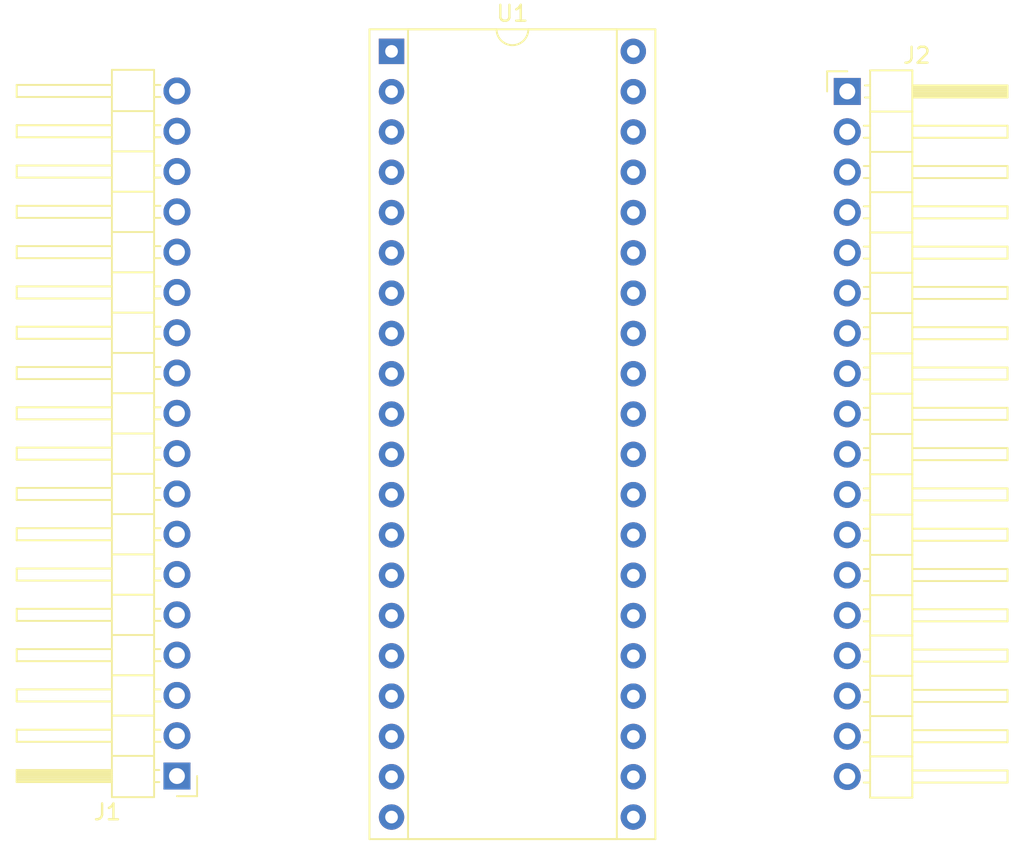
<source format=kicad_pcb>
(kicad_pcb (version 20171130) (host pcbnew "(5.1.4-0-10_14)")

  (general
    (thickness 1.6)
    (drawings 0)
    (tracks 0)
    (zones 0)
    (modules 3)
    (nets 59)
  )

  (page A4)
  (layers
    (0 F.Cu signal)
    (31 B.Cu signal)
    (32 B.Adhes user)
    (33 F.Adhes user)
    (34 B.Paste user)
    (35 F.Paste user)
    (36 B.SilkS user)
    (37 F.SilkS user)
    (38 B.Mask user)
    (39 F.Mask user)
    (40 Dwgs.User user)
    (41 Cmts.User user)
    (42 Eco1.User user)
    (43 Eco2.User user)
    (44 Edge.Cuts user)
    (45 Margin user)
    (46 B.CrtYd user)
    (47 F.CrtYd user)
    (48 B.Fab user)
    (49 F.Fab user)
  )

  (setup
    (last_trace_width 0.25)
    (trace_clearance 0.2)
    (zone_clearance 0.508)
    (zone_45_only no)
    (trace_min 0.2)
    (via_size 0.8)
    (via_drill 0.4)
    (via_min_size 0.4)
    (via_min_drill 0.3)
    (uvia_size 0.3)
    (uvia_drill 0.1)
    (uvias_allowed no)
    (uvia_min_size 0.2)
    (uvia_min_drill 0.1)
    (edge_width 0.05)
    (segment_width 0.2)
    (pcb_text_width 0.3)
    (pcb_text_size 1.5 1.5)
    (mod_edge_width 0.12)
    (mod_text_size 1 1)
    (mod_text_width 0.15)
    (pad_size 1.524 1.524)
    (pad_drill 0.762)
    (pad_to_mask_clearance 0.051)
    (solder_mask_min_width 0.25)
    (aux_axis_origin 0 0)
    (visible_elements FFFFFF7F)
    (pcbplotparams
      (layerselection 0x010fc_ffffffff)
      (usegerberextensions false)
      (usegerberattributes false)
      (usegerberadvancedattributes false)
      (creategerberjobfile false)
      (excludeedgelayer true)
      (linewidth 0.100000)
      (plotframeref false)
      (viasonmask false)
      (mode 1)
      (useauxorigin false)
      (hpglpennumber 1)
      (hpglpenspeed 20)
      (hpglpendiameter 15.000000)
      (psnegative false)
      (psa4output false)
      (plotreference true)
      (plotvalue true)
      (plotinvisibletext false)
      (padsonsilk false)
      (subtractmaskfromsilk false)
      (outputformat 1)
      (mirror false)
      (drillshape 1)
      (scaleselection 1)
      (outputdirectory ""))
  )

  (net 0 "")
  (net 1 C1DOWN)
  (net 2 "Net-(J1-Pad16)")
  (net 3 C1UP)
  (net 4 "Net-(J1-Pad14)")
  (net 5 C1CW)
  (net 6 "Net-(J1-Pad12)")
  (net 7 C1CCW)
  (net 8 "Net-(J1-Pad10)")
  (net 9 C1NORTH)
  (net 10 "Net-(J1-Pad8)")
  (net 11 C1SOUTH)
  (net 12 "Net-(J1-Pad6)")
  (net 13 C1WEST)
  (net 14 "Net-(J1-Pad4)")
  (net 15 C1EAST)
  (net 16 "Net-(J1-Pad2)")
  (net 17 GND)
  (net 18 "Net-(J2-Pad17)")
  (net 19 "Net-(J2-Pad16)")
  (net 20 C2EAST)
  (net 21 "Net-(J2-Pad14)")
  (net 22 C2WEST)
  (net 23 "Net-(J2-Pad12)")
  (net 24 C2SOUTH)
  (net 25 "Net-(J2-Pad10)")
  (net 26 C2NORTH)
  (net 27 "Net-(J2-Pad8)")
  (net 28 C2CCW)
  (net 29 "Net-(J2-Pad6)")
  (net 30 C2CW)
  (net 31 "Net-(J2-Pad4)")
  (net 32 C2UP)
  (net 33 "Net-(J2-Pad2)")
  (net 34 C2DOWN)
  (net 35 "Net-(U1-Pad20)")
  (net 36 "Net-(U1-Pad19)")
  (net 37 "Net-(U1-Pad17)")
  (net 38 "Net-(U1-Pad36)")
  (net 39 "Net-(U1-Pad16)")
  (net 40 "Net-(U1-Pad35)")
  (net 41 "Net-(U1-Pad15)")
  (net 42 "Net-(U1-Pad34)")
  (net 43 "Net-(U1-Pad14)")
  (net 44 "Net-(U1-Pad33)")
  (net 45 "Net-(U1-Pad32)")
  (net 46 "Net-(U1-Pad31)")
  (net 47 "Net-(U1-Pad11)")
  (net 48 "Net-(U1-Pad30)")
  (net 49 "Net-(U1-Pad29)")
  (net 50 "Net-(U1-Pad9)")
  (net 51 "Net-(U1-Pad8)")
  (net 52 "Net-(U1-Pad26)")
  (net 53 "Net-(U1-Pad6)")
  (net 54 "Net-(U1-Pad25)")
  (net 55 "Net-(U1-Pad22)")
  (net 56 "Net-(U1-Pad21)")
  (net 57 "Net-(U1-Pad1)")
  (net 58 "Net-(J1-Pad17)")

  (net_class Default "This is the default net class."
    (clearance 0.2)
    (trace_width 0.25)
    (via_dia 0.8)
    (via_drill 0.4)
    (uvia_dia 0.3)
    (uvia_drill 0.1)
    (add_net C1CCW)
    (add_net C1CW)
    (add_net C1DOWN)
    (add_net C1EAST)
    (add_net C1NORTH)
    (add_net C1SOUTH)
    (add_net C1UP)
    (add_net C1WEST)
    (add_net C2CCW)
    (add_net C2CW)
    (add_net C2DOWN)
    (add_net C2EAST)
    (add_net C2NORTH)
    (add_net C2SOUTH)
    (add_net C2UP)
    (add_net C2WEST)
    (add_net GND)
    (add_net "Net-(J1-Pad10)")
    (add_net "Net-(J1-Pad12)")
    (add_net "Net-(J1-Pad14)")
    (add_net "Net-(J1-Pad16)")
    (add_net "Net-(J1-Pad17)")
    (add_net "Net-(J1-Pad2)")
    (add_net "Net-(J1-Pad4)")
    (add_net "Net-(J1-Pad6)")
    (add_net "Net-(J1-Pad8)")
    (add_net "Net-(J2-Pad10)")
    (add_net "Net-(J2-Pad12)")
    (add_net "Net-(J2-Pad14)")
    (add_net "Net-(J2-Pad16)")
    (add_net "Net-(J2-Pad17)")
    (add_net "Net-(J2-Pad2)")
    (add_net "Net-(J2-Pad4)")
    (add_net "Net-(J2-Pad6)")
    (add_net "Net-(J2-Pad8)")
    (add_net "Net-(U1-Pad1)")
    (add_net "Net-(U1-Pad11)")
    (add_net "Net-(U1-Pad14)")
    (add_net "Net-(U1-Pad15)")
    (add_net "Net-(U1-Pad16)")
    (add_net "Net-(U1-Pad17)")
    (add_net "Net-(U1-Pad19)")
    (add_net "Net-(U1-Pad20)")
    (add_net "Net-(U1-Pad21)")
    (add_net "Net-(U1-Pad22)")
    (add_net "Net-(U1-Pad25)")
    (add_net "Net-(U1-Pad26)")
    (add_net "Net-(U1-Pad29)")
    (add_net "Net-(U1-Pad30)")
    (add_net "Net-(U1-Pad31)")
    (add_net "Net-(U1-Pad32)")
    (add_net "Net-(U1-Pad33)")
    (add_net "Net-(U1-Pad34)")
    (add_net "Net-(U1-Pad35)")
    (add_net "Net-(U1-Pad36)")
    (add_net "Net-(U1-Pad6)")
    (add_net "Net-(U1-Pad8)")
    (add_net "Net-(U1-Pad9)")
  )

  (module Housings_DIP:DIP-40_W15.24mm_Socket (layer F.Cu) (tedit 58CC8E30) (tstamp 5DA8F4E8)
    (at 145.675 100.3)
    (descr "40-lead dip package, row spacing 15.24 mm (600 mils), Socket")
    (tags "DIL DIP PDIP 2.54mm 15.24mm 600mil Socket")
    (path /5DA7DF65)
    (fp_text reference U1 (at 7.62 -2.39) (layer F.SilkS)
      (effects (font (size 1 1) (thickness 0.15)))
    )
    (fp_text value MiniM4-D40 (at 7.62 50.65) (layer F.Fab)
      (effects (font (size 1 1) (thickness 0.15)))
    )
    (fp_arc (start 7.62 -1.39) (end 6.62 -1.39) (angle -180) (layer F.SilkS) (width 0.12))
    (fp_line (start 16.9 -1.7) (end -1.7 -1.7) (layer F.CrtYd) (width 0.05))
    (fp_line (start 16.9 49.9) (end 16.9 -1.7) (layer F.CrtYd) (width 0.05))
    (fp_line (start -1.7 49.9) (end 16.9 49.9) (layer F.CrtYd) (width 0.05))
    (fp_line (start -1.7 -1.7) (end -1.7 49.9) (layer F.CrtYd) (width 0.05))
    (fp_line (start 16.63 -1.39) (end -1.39 -1.39) (layer F.SilkS) (width 0.12))
    (fp_line (start 16.63 49.65) (end 16.63 -1.39) (layer F.SilkS) (width 0.12))
    (fp_line (start -1.39 49.65) (end 16.63 49.65) (layer F.SilkS) (width 0.12))
    (fp_line (start -1.39 -1.39) (end -1.39 49.65) (layer F.SilkS) (width 0.12))
    (fp_line (start 14.2 -1.39) (end 8.62 -1.39) (layer F.SilkS) (width 0.12))
    (fp_line (start 14.2 49.65) (end 14.2 -1.39) (layer F.SilkS) (width 0.12))
    (fp_line (start 1.04 49.65) (end 14.2 49.65) (layer F.SilkS) (width 0.12))
    (fp_line (start 1.04 -1.39) (end 1.04 49.65) (layer F.SilkS) (width 0.12))
    (fp_line (start 6.62 -1.39) (end 1.04 -1.39) (layer F.SilkS) (width 0.12))
    (fp_line (start 16.51 -1.27) (end -1.27 -1.27) (layer F.Fab) (width 0.1))
    (fp_line (start 16.51 49.53) (end 16.51 -1.27) (layer F.Fab) (width 0.1))
    (fp_line (start -1.27 49.53) (end 16.51 49.53) (layer F.Fab) (width 0.1))
    (fp_line (start -1.27 -1.27) (end -1.27 49.53) (layer F.Fab) (width 0.1))
    (fp_line (start 0.255 -0.27) (end 1.255 -1.27) (layer F.Fab) (width 0.1))
    (fp_line (start 0.255 49.53) (end 0.255 -0.27) (layer F.Fab) (width 0.1))
    (fp_line (start 14.985 49.53) (end 0.255 49.53) (layer F.Fab) (width 0.1))
    (fp_line (start 14.985 -1.27) (end 14.985 49.53) (layer F.Fab) (width 0.1))
    (fp_line (start 1.255 -1.27) (end 14.985 -1.27) (layer F.Fab) (width 0.1))
    (fp_text user %R (at 7.62 24.13) (layer F.Fab)
      (effects (font (size 1 1) (thickness 0.15)))
    )
    (pad 40 thru_hole oval (at 15.24 0) (size 1.6 1.6) (drill 0.8) (layers *.Cu *.Mask)
      (net 34 C2DOWN))
    (pad 20 thru_hole oval (at 0 48.26) (size 1.6 1.6) (drill 0.8) (layers *.Cu *.Mask)
      (net 35 "Net-(U1-Pad20)"))
    (pad 39 thru_hole oval (at 15.24 2.54) (size 1.6 1.6) (drill 0.8) (layers *.Cu *.Mask)
      (net 32 C2UP))
    (pad 19 thru_hole oval (at 0 45.72) (size 1.6 1.6) (drill 0.8) (layers *.Cu *.Mask)
      (net 36 "Net-(U1-Pad19)"))
    (pad 38 thru_hole oval (at 15.24 5.08) (size 1.6 1.6) (drill 0.8) (layers *.Cu *.Mask)
      (net 30 C2CW))
    (pad 18 thru_hole oval (at 0 43.18) (size 1.6 1.6) (drill 0.8) (layers *.Cu *.Mask)
      (net 1 C1DOWN))
    (pad 37 thru_hole oval (at 15.24 7.62) (size 1.6 1.6) (drill 0.8) (layers *.Cu *.Mask)
      (net 28 C2CCW))
    (pad 17 thru_hole oval (at 0 40.64) (size 1.6 1.6) (drill 0.8) (layers *.Cu *.Mask)
      (net 37 "Net-(U1-Pad17)"))
    (pad 36 thru_hole oval (at 15.24 10.16) (size 1.6 1.6) (drill 0.8) (layers *.Cu *.Mask)
      (net 38 "Net-(U1-Pad36)"))
    (pad 16 thru_hole oval (at 0 38.1) (size 1.6 1.6) (drill 0.8) (layers *.Cu *.Mask)
      (net 39 "Net-(U1-Pad16)"))
    (pad 35 thru_hole oval (at 15.24 12.7) (size 1.6 1.6) (drill 0.8) (layers *.Cu *.Mask)
      (net 40 "Net-(U1-Pad35)"))
    (pad 15 thru_hole oval (at 0 35.56) (size 1.6 1.6) (drill 0.8) (layers *.Cu *.Mask)
      (net 41 "Net-(U1-Pad15)"))
    (pad 34 thru_hole oval (at 15.24 15.24) (size 1.6 1.6) (drill 0.8) (layers *.Cu *.Mask)
      (net 42 "Net-(U1-Pad34)"))
    (pad 14 thru_hole oval (at 0 33.02) (size 1.6 1.6) (drill 0.8) (layers *.Cu *.Mask)
      (net 43 "Net-(U1-Pad14)"))
    (pad 33 thru_hole oval (at 15.24 17.78) (size 1.6 1.6) (drill 0.8) (layers *.Cu *.Mask)
      (net 44 "Net-(U1-Pad33)"))
    (pad 13 thru_hole oval (at 0 30.48) (size 1.6 1.6) (drill 0.8) (layers *.Cu *.Mask)
      (net 3 C1UP))
    (pad 32 thru_hole oval (at 15.24 20.32) (size 1.6 1.6) (drill 0.8) (layers *.Cu *.Mask)
      (net 45 "Net-(U1-Pad32)"))
    (pad 12 thru_hole oval (at 0 27.94) (size 1.6 1.6) (drill 0.8) (layers *.Cu *.Mask)
      (net 17 GND))
    (pad 31 thru_hole oval (at 15.24 22.86) (size 1.6 1.6) (drill 0.8) (layers *.Cu *.Mask)
      (net 46 "Net-(U1-Pad31)"))
    (pad 11 thru_hole oval (at 0 25.4) (size 1.6 1.6) (drill 0.8) (layers *.Cu *.Mask)
      (net 47 "Net-(U1-Pad11)"))
    (pad 30 thru_hole oval (at 15.24 25.4) (size 1.6 1.6) (drill 0.8) (layers *.Cu *.Mask)
      (net 48 "Net-(U1-Pad30)"))
    (pad 10 thru_hole oval (at 0 22.86) (size 1.6 1.6) (drill 0.8) (layers *.Cu *.Mask)
      (net 5 C1CW))
    (pad 29 thru_hole oval (at 15.24 27.94) (size 1.6 1.6) (drill 0.8) (layers *.Cu *.Mask)
      (net 49 "Net-(U1-Pad29)"))
    (pad 9 thru_hole oval (at 0 20.32) (size 1.6 1.6) (drill 0.8) (layers *.Cu *.Mask)
      (net 50 "Net-(U1-Pad9)"))
    (pad 28 thru_hole oval (at 15.24 30.48) (size 1.6 1.6) (drill 0.8) (layers *.Cu *.Mask)
      (net 26 C2NORTH))
    (pad 8 thru_hole oval (at 0 17.78) (size 1.6 1.6) (drill 0.8) (layers *.Cu *.Mask)
      (net 51 "Net-(U1-Pad8)"))
    (pad 27 thru_hole oval (at 15.24 33.02) (size 1.6 1.6) (drill 0.8) (layers *.Cu *.Mask)
      (net 24 C2SOUTH))
    (pad 7 thru_hole oval (at 0 15.24) (size 1.6 1.6) (drill 0.8) (layers *.Cu *.Mask)
      (net 7 C1CCW))
    (pad 26 thru_hole oval (at 15.24 35.56) (size 1.6 1.6) (drill 0.8) (layers *.Cu *.Mask)
      (net 52 "Net-(U1-Pad26)"))
    (pad 6 thru_hole oval (at 0 12.7) (size 1.6 1.6) (drill 0.8) (layers *.Cu *.Mask)
      (net 53 "Net-(U1-Pad6)"))
    (pad 25 thru_hole oval (at 15.24 38.1) (size 1.6 1.6) (drill 0.8) (layers *.Cu *.Mask)
      (net 54 "Net-(U1-Pad25)"))
    (pad 5 thru_hole oval (at 0 10.16) (size 1.6 1.6) (drill 0.8) (layers *.Cu *.Mask)
      (net 9 C1NORTH))
    (pad 24 thru_hole oval (at 15.24 40.64) (size 1.6 1.6) (drill 0.8) (layers *.Cu *.Mask)
      (net 22 C2WEST))
    (pad 4 thru_hole oval (at 0 7.62) (size 1.6 1.6) (drill 0.8) (layers *.Cu *.Mask)
      (net 11 C1SOUTH))
    (pad 23 thru_hole oval (at 15.24 43.18) (size 1.6 1.6) (drill 0.8) (layers *.Cu *.Mask)
      (net 20 C2EAST))
    (pad 3 thru_hole oval (at 0 5.08) (size 1.6 1.6) (drill 0.8) (layers *.Cu *.Mask)
      (net 13 C1WEST))
    (pad 22 thru_hole oval (at 15.24 45.72) (size 1.6 1.6) (drill 0.8) (layers *.Cu *.Mask)
      (net 55 "Net-(U1-Pad22)"))
    (pad 2 thru_hole oval (at 0 2.54) (size 1.6 1.6) (drill 0.8) (layers *.Cu *.Mask)
      (net 15 C1EAST))
    (pad 21 thru_hole oval (at 15.24 48.26) (size 1.6 1.6) (drill 0.8) (layers *.Cu *.Mask)
      (net 56 "Net-(U1-Pad21)"))
    (pad 1 thru_hole rect (at 0 0) (size 1.6 1.6) (drill 0.8) (layers *.Cu *.Mask)
      (net 57 "Net-(U1-Pad1)"))
    (model ${KISYS3DMOD}/Housings_DIP.3dshapes/DIP-40_W15.24mm_Socket.wrl
      (at (xyz 0 0 0))
      (scale (xyz 1 1 1))
      (rotate (xyz 0 0 0))
    )
  )

  (module Pin_Headers:Pin_Header_Angled_1x18_Pitch2.54mm (layer F.Cu) (tedit 59650532) (tstamp 5DA8F4A4)
    (at 174.4 102.825)
    (descr "Through hole angled pin header, 1x18, 2.54mm pitch, 6mm pin length, single row")
    (tags "Through hole angled pin header THT 1x18 2.54mm single row")
    (path /5DA806E7)
    (fp_text reference J2 (at 4.385 -2.27) (layer F.SilkS)
      (effects (font (size 1 1) (thickness 0.15)))
    )
    (fp_text value Conn_01x18_Male (at 4.385 45.45) (layer F.Fab)
      (effects (font (size 1 1) (thickness 0.15)))
    )
    (fp_text user %R (at 2.77 21.59 90) (layer F.Fab)
      (effects (font (size 1 1) (thickness 0.15)))
    )
    (fp_line (start 10.55 -1.8) (end -1.8 -1.8) (layer F.CrtYd) (width 0.05))
    (fp_line (start 10.55 44.95) (end 10.55 -1.8) (layer F.CrtYd) (width 0.05))
    (fp_line (start -1.8 44.95) (end 10.55 44.95) (layer F.CrtYd) (width 0.05))
    (fp_line (start -1.8 -1.8) (end -1.8 44.95) (layer F.CrtYd) (width 0.05))
    (fp_line (start -1.27 -1.27) (end 0 -1.27) (layer F.SilkS) (width 0.12))
    (fp_line (start -1.27 0) (end -1.27 -1.27) (layer F.SilkS) (width 0.12))
    (fp_line (start 1.042929 43.56) (end 1.44 43.56) (layer F.SilkS) (width 0.12))
    (fp_line (start 1.042929 42.8) (end 1.44 42.8) (layer F.SilkS) (width 0.12))
    (fp_line (start 10.1 43.56) (end 4.1 43.56) (layer F.SilkS) (width 0.12))
    (fp_line (start 10.1 42.8) (end 10.1 43.56) (layer F.SilkS) (width 0.12))
    (fp_line (start 4.1 42.8) (end 10.1 42.8) (layer F.SilkS) (width 0.12))
    (fp_line (start 1.44 41.91) (end 4.1 41.91) (layer F.SilkS) (width 0.12))
    (fp_line (start 1.042929 41.02) (end 1.44 41.02) (layer F.SilkS) (width 0.12))
    (fp_line (start 1.042929 40.26) (end 1.44 40.26) (layer F.SilkS) (width 0.12))
    (fp_line (start 10.1 41.02) (end 4.1 41.02) (layer F.SilkS) (width 0.12))
    (fp_line (start 10.1 40.26) (end 10.1 41.02) (layer F.SilkS) (width 0.12))
    (fp_line (start 4.1 40.26) (end 10.1 40.26) (layer F.SilkS) (width 0.12))
    (fp_line (start 1.44 39.37) (end 4.1 39.37) (layer F.SilkS) (width 0.12))
    (fp_line (start 1.042929 38.48) (end 1.44 38.48) (layer F.SilkS) (width 0.12))
    (fp_line (start 1.042929 37.72) (end 1.44 37.72) (layer F.SilkS) (width 0.12))
    (fp_line (start 10.1 38.48) (end 4.1 38.48) (layer F.SilkS) (width 0.12))
    (fp_line (start 10.1 37.72) (end 10.1 38.48) (layer F.SilkS) (width 0.12))
    (fp_line (start 4.1 37.72) (end 10.1 37.72) (layer F.SilkS) (width 0.12))
    (fp_line (start 1.44 36.83) (end 4.1 36.83) (layer F.SilkS) (width 0.12))
    (fp_line (start 1.042929 35.94) (end 1.44 35.94) (layer F.SilkS) (width 0.12))
    (fp_line (start 1.042929 35.18) (end 1.44 35.18) (layer F.SilkS) (width 0.12))
    (fp_line (start 10.1 35.94) (end 4.1 35.94) (layer F.SilkS) (width 0.12))
    (fp_line (start 10.1 35.18) (end 10.1 35.94) (layer F.SilkS) (width 0.12))
    (fp_line (start 4.1 35.18) (end 10.1 35.18) (layer F.SilkS) (width 0.12))
    (fp_line (start 1.44 34.29) (end 4.1 34.29) (layer F.SilkS) (width 0.12))
    (fp_line (start 1.042929 33.4) (end 1.44 33.4) (layer F.SilkS) (width 0.12))
    (fp_line (start 1.042929 32.64) (end 1.44 32.64) (layer F.SilkS) (width 0.12))
    (fp_line (start 10.1 33.4) (end 4.1 33.4) (layer F.SilkS) (width 0.12))
    (fp_line (start 10.1 32.64) (end 10.1 33.4) (layer F.SilkS) (width 0.12))
    (fp_line (start 4.1 32.64) (end 10.1 32.64) (layer F.SilkS) (width 0.12))
    (fp_line (start 1.44 31.75) (end 4.1 31.75) (layer F.SilkS) (width 0.12))
    (fp_line (start 1.042929 30.86) (end 1.44 30.86) (layer F.SilkS) (width 0.12))
    (fp_line (start 1.042929 30.1) (end 1.44 30.1) (layer F.SilkS) (width 0.12))
    (fp_line (start 10.1 30.86) (end 4.1 30.86) (layer F.SilkS) (width 0.12))
    (fp_line (start 10.1 30.1) (end 10.1 30.86) (layer F.SilkS) (width 0.12))
    (fp_line (start 4.1 30.1) (end 10.1 30.1) (layer F.SilkS) (width 0.12))
    (fp_line (start 1.44 29.21) (end 4.1 29.21) (layer F.SilkS) (width 0.12))
    (fp_line (start 1.042929 28.32) (end 1.44 28.32) (layer F.SilkS) (width 0.12))
    (fp_line (start 1.042929 27.56) (end 1.44 27.56) (layer F.SilkS) (width 0.12))
    (fp_line (start 10.1 28.32) (end 4.1 28.32) (layer F.SilkS) (width 0.12))
    (fp_line (start 10.1 27.56) (end 10.1 28.32) (layer F.SilkS) (width 0.12))
    (fp_line (start 4.1 27.56) (end 10.1 27.56) (layer F.SilkS) (width 0.12))
    (fp_line (start 1.44 26.67) (end 4.1 26.67) (layer F.SilkS) (width 0.12))
    (fp_line (start 1.042929 25.78) (end 1.44 25.78) (layer F.SilkS) (width 0.12))
    (fp_line (start 1.042929 25.02) (end 1.44 25.02) (layer F.SilkS) (width 0.12))
    (fp_line (start 10.1 25.78) (end 4.1 25.78) (layer F.SilkS) (width 0.12))
    (fp_line (start 10.1 25.02) (end 10.1 25.78) (layer F.SilkS) (width 0.12))
    (fp_line (start 4.1 25.02) (end 10.1 25.02) (layer F.SilkS) (width 0.12))
    (fp_line (start 1.44 24.13) (end 4.1 24.13) (layer F.SilkS) (width 0.12))
    (fp_line (start 1.042929 23.24) (end 1.44 23.24) (layer F.SilkS) (width 0.12))
    (fp_line (start 1.042929 22.48) (end 1.44 22.48) (layer F.SilkS) (width 0.12))
    (fp_line (start 10.1 23.24) (end 4.1 23.24) (layer F.SilkS) (width 0.12))
    (fp_line (start 10.1 22.48) (end 10.1 23.24) (layer F.SilkS) (width 0.12))
    (fp_line (start 4.1 22.48) (end 10.1 22.48) (layer F.SilkS) (width 0.12))
    (fp_line (start 1.44 21.59) (end 4.1 21.59) (layer F.SilkS) (width 0.12))
    (fp_line (start 1.042929 20.7) (end 1.44 20.7) (layer F.SilkS) (width 0.12))
    (fp_line (start 1.042929 19.94) (end 1.44 19.94) (layer F.SilkS) (width 0.12))
    (fp_line (start 10.1 20.7) (end 4.1 20.7) (layer F.SilkS) (width 0.12))
    (fp_line (start 10.1 19.94) (end 10.1 20.7) (layer F.SilkS) (width 0.12))
    (fp_line (start 4.1 19.94) (end 10.1 19.94) (layer F.SilkS) (width 0.12))
    (fp_line (start 1.44 19.05) (end 4.1 19.05) (layer F.SilkS) (width 0.12))
    (fp_line (start 1.042929 18.16) (end 1.44 18.16) (layer F.SilkS) (width 0.12))
    (fp_line (start 1.042929 17.4) (end 1.44 17.4) (layer F.SilkS) (width 0.12))
    (fp_line (start 10.1 18.16) (end 4.1 18.16) (layer F.SilkS) (width 0.12))
    (fp_line (start 10.1 17.4) (end 10.1 18.16) (layer F.SilkS) (width 0.12))
    (fp_line (start 4.1 17.4) (end 10.1 17.4) (layer F.SilkS) (width 0.12))
    (fp_line (start 1.44 16.51) (end 4.1 16.51) (layer F.SilkS) (width 0.12))
    (fp_line (start 1.042929 15.62) (end 1.44 15.62) (layer F.SilkS) (width 0.12))
    (fp_line (start 1.042929 14.86) (end 1.44 14.86) (layer F.SilkS) (width 0.12))
    (fp_line (start 10.1 15.62) (end 4.1 15.62) (layer F.SilkS) (width 0.12))
    (fp_line (start 10.1 14.86) (end 10.1 15.62) (layer F.SilkS) (width 0.12))
    (fp_line (start 4.1 14.86) (end 10.1 14.86) (layer F.SilkS) (width 0.12))
    (fp_line (start 1.44 13.97) (end 4.1 13.97) (layer F.SilkS) (width 0.12))
    (fp_line (start 1.042929 13.08) (end 1.44 13.08) (layer F.SilkS) (width 0.12))
    (fp_line (start 1.042929 12.32) (end 1.44 12.32) (layer F.SilkS) (width 0.12))
    (fp_line (start 10.1 13.08) (end 4.1 13.08) (layer F.SilkS) (width 0.12))
    (fp_line (start 10.1 12.32) (end 10.1 13.08) (layer F.SilkS) (width 0.12))
    (fp_line (start 4.1 12.32) (end 10.1 12.32) (layer F.SilkS) (width 0.12))
    (fp_line (start 1.44 11.43) (end 4.1 11.43) (layer F.SilkS) (width 0.12))
    (fp_line (start 1.042929 10.54) (end 1.44 10.54) (layer F.SilkS) (width 0.12))
    (fp_line (start 1.042929 9.78) (end 1.44 9.78) (layer F.SilkS) (width 0.12))
    (fp_line (start 10.1 10.54) (end 4.1 10.54) (layer F.SilkS) (width 0.12))
    (fp_line (start 10.1 9.78) (end 10.1 10.54) (layer F.SilkS) (width 0.12))
    (fp_line (start 4.1 9.78) (end 10.1 9.78) (layer F.SilkS) (width 0.12))
    (fp_line (start 1.44 8.89) (end 4.1 8.89) (layer F.SilkS) (width 0.12))
    (fp_line (start 1.042929 8) (end 1.44 8) (layer F.SilkS) (width 0.12))
    (fp_line (start 1.042929 7.24) (end 1.44 7.24) (layer F.SilkS) (width 0.12))
    (fp_line (start 10.1 8) (end 4.1 8) (layer F.SilkS) (width 0.12))
    (fp_line (start 10.1 7.24) (end 10.1 8) (layer F.SilkS) (width 0.12))
    (fp_line (start 4.1 7.24) (end 10.1 7.24) (layer F.SilkS) (width 0.12))
    (fp_line (start 1.44 6.35) (end 4.1 6.35) (layer F.SilkS) (width 0.12))
    (fp_line (start 1.042929 5.46) (end 1.44 5.46) (layer F.SilkS) (width 0.12))
    (fp_line (start 1.042929 4.7) (end 1.44 4.7) (layer F.SilkS) (width 0.12))
    (fp_line (start 10.1 5.46) (end 4.1 5.46) (layer F.SilkS) (width 0.12))
    (fp_line (start 10.1 4.7) (end 10.1 5.46) (layer F.SilkS) (width 0.12))
    (fp_line (start 4.1 4.7) (end 10.1 4.7) (layer F.SilkS) (width 0.12))
    (fp_line (start 1.44 3.81) (end 4.1 3.81) (layer F.SilkS) (width 0.12))
    (fp_line (start 1.042929 2.92) (end 1.44 2.92) (layer F.SilkS) (width 0.12))
    (fp_line (start 1.042929 2.16) (end 1.44 2.16) (layer F.SilkS) (width 0.12))
    (fp_line (start 10.1 2.92) (end 4.1 2.92) (layer F.SilkS) (width 0.12))
    (fp_line (start 10.1 2.16) (end 10.1 2.92) (layer F.SilkS) (width 0.12))
    (fp_line (start 4.1 2.16) (end 10.1 2.16) (layer F.SilkS) (width 0.12))
    (fp_line (start 1.44 1.27) (end 4.1 1.27) (layer F.SilkS) (width 0.12))
    (fp_line (start 1.11 0.38) (end 1.44 0.38) (layer F.SilkS) (width 0.12))
    (fp_line (start 1.11 -0.38) (end 1.44 -0.38) (layer F.SilkS) (width 0.12))
    (fp_line (start 4.1 0.28) (end 10.1 0.28) (layer F.SilkS) (width 0.12))
    (fp_line (start 4.1 0.16) (end 10.1 0.16) (layer F.SilkS) (width 0.12))
    (fp_line (start 4.1 0.04) (end 10.1 0.04) (layer F.SilkS) (width 0.12))
    (fp_line (start 4.1 -0.08) (end 10.1 -0.08) (layer F.SilkS) (width 0.12))
    (fp_line (start 4.1 -0.2) (end 10.1 -0.2) (layer F.SilkS) (width 0.12))
    (fp_line (start 4.1 -0.32) (end 10.1 -0.32) (layer F.SilkS) (width 0.12))
    (fp_line (start 10.1 0.38) (end 4.1 0.38) (layer F.SilkS) (width 0.12))
    (fp_line (start 10.1 -0.38) (end 10.1 0.38) (layer F.SilkS) (width 0.12))
    (fp_line (start 4.1 -0.38) (end 10.1 -0.38) (layer F.SilkS) (width 0.12))
    (fp_line (start 4.1 -1.33) (end 1.44 -1.33) (layer F.SilkS) (width 0.12))
    (fp_line (start 4.1 44.51) (end 4.1 -1.33) (layer F.SilkS) (width 0.12))
    (fp_line (start 1.44 44.51) (end 4.1 44.51) (layer F.SilkS) (width 0.12))
    (fp_line (start 1.44 -1.33) (end 1.44 44.51) (layer F.SilkS) (width 0.12))
    (fp_line (start 4.04 43.5) (end 10.04 43.5) (layer F.Fab) (width 0.1))
    (fp_line (start 10.04 42.86) (end 10.04 43.5) (layer F.Fab) (width 0.1))
    (fp_line (start 4.04 42.86) (end 10.04 42.86) (layer F.Fab) (width 0.1))
    (fp_line (start -0.32 43.5) (end 1.5 43.5) (layer F.Fab) (width 0.1))
    (fp_line (start -0.32 42.86) (end -0.32 43.5) (layer F.Fab) (width 0.1))
    (fp_line (start -0.32 42.86) (end 1.5 42.86) (layer F.Fab) (width 0.1))
    (fp_line (start 4.04 40.96) (end 10.04 40.96) (layer F.Fab) (width 0.1))
    (fp_line (start 10.04 40.32) (end 10.04 40.96) (layer F.Fab) (width 0.1))
    (fp_line (start 4.04 40.32) (end 10.04 40.32) (layer F.Fab) (width 0.1))
    (fp_line (start -0.32 40.96) (end 1.5 40.96) (layer F.Fab) (width 0.1))
    (fp_line (start -0.32 40.32) (end -0.32 40.96) (layer F.Fab) (width 0.1))
    (fp_line (start -0.32 40.32) (end 1.5 40.32) (layer F.Fab) (width 0.1))
    (fp_line (start 4.04 38.42) (end 10.04 38.42) (layer F.Fab) (width 0.1))
    (fp_line (start 10.04 37.78) (end 10.04 38.42) (layer F.Fab) (width 0.1))
    (fp_line (start 4.04 37.78) (end 10.04 37.78) (layer F.Fab) (width 0.1))
    (fp_line (start -0.32 38.42) (end 1.5 38.42) (layer F.Fab) (width 0.1))
    (fp_line (start -0.32 37.78) (end -0.32 38.42) (layer F.Fab) (width 0.1))
    (fp_line (start -0.32 37.78) (end 1.5 37.78) (layer F.Fab) (width 0.1))
    (fp_line (start 4.04 35.88) (end 10.04 35.88) (layer F.Fab) (width 0.1))
    (fp_line (start 10.04 35.24) (end 10.04 35.88) (layer F.Fab) (width 0.1))
    (fp_line (start 4.04 35.24) (end 10.04 35.24) (layer F.Fab) (width 0.1))
    (fp_line (start -0.32 35.88) (end 1.5 35.88) (layer F.Fab) (width 0.1))
    (fp_line (start -0.32 35.24) (end -0.32 35.88) (layer F.Fab) (width 0.1))
    (fp_line (start -0.32 35.24) (end 1.5 35.24) (layer F.Fab) (width 0.1))
    (fp_line (start 4.04 33.34) (end 10.04 33.34) (layer F.Fab) (width 0.1))
    (fp_line (start 10.04 32.7) (end 10.04 33.34) (layer F.Fab) (width 0.1))
    (fp_line (start 4.04 32.7) (end 10.04 32.7) (layer F.Fab) (width 0.1))
    (fp_line (start -0.32 33.34) (end 1.5 33.34) (layer F.Fab) (width 0.1))
    (fp_line (start -0.32 32.7) (end -0.32 33.34) (layer F.Fab) (width 0.1))
    (fp_line (start -0.32 32.7) (end 1.5 32.7) (layer F.Fab) (width 0.1))
    (fp_line (start 4.04 30.8) (end 10.04 30.8) (layer F.Fab) (width 0.1))
    (fp_line (start 10.04 30.16) (end 10.04 30.8) (layer F.Fab) (width 0.1))
    (fp_line (start 4.04 30.16) (end 10.04 30.16) (layer F.Fab) (width 0.1))
    (fp_line (start -0.32 30.8) (end 1.5 30.8) (layer F.Fab) (width 0.1))
    (fp_line (start -0.32 30.16) (end -0.32 30.8) (layer F.Fab) (width 0.1))
    (fp_line (start -0.32 30.16) (end 1.5 30.16) (layer F.Fab) (width 0.1))
    (fp_line (start 4.04 28.26) (end 10.04 28.26) (layer F.Fab) (width 0.1))
    (fp_line (start 10.04 27.62) (end 10.04 28.26) (layer F.Fab) (width 0.1))
    (fp_line (start 4.04 27.62) (end 10.04 27.62) (layer F.Fab) (width 0.1))
    (fp_line (start -0.32 28.26) (end 1.5 28.26) (layer F.Fab) (width 0.1))
    (fp_line (start -0.32 27.62) (end -0.32 28.26) (layer F.Fab) (width 0.1))
    (fp_line (start -0.32 27.62) (end 1.5 27.62) (layer F.Fab) (width 0.1))
    (fp_line (start 4.04 25.72) (end 10.04 25.72) (layer F.Fab) (width 0.1))
    (fp_line (start 10.04 25.08) (end 10.04 25.72) (layer F.Fab) (width 0.1))
    (fp_line (start 4.04 25.08) (end 10.04 25.08) (layer F.Fab) (width 0.1))
    (fp_line (start -0.32 25.72) (end 1.5 25.72) (layer F.Fab) (width 0.1))
    (fp_line (start -0.32 25.08) (end -0.32 25.72) (layer F.Fab) (width 0.1))
    (fp_line (start -0.32 25.08) (end 1.5 25.08) (layer F.Fab) (width 0.1))
    (fp_line (start 4.04 23.18) (end 10.04 23.18) (layer F.Fab) (width 0.1))
    (fp_line (start 10.04 22.54) (end 10.04 23.18) (layer F.Fab) (width 0.1))
    (fp_line (start 4.04 22.54) (end 10.04 22.54) (layer F.Fab) (width 0.1))
    (fp_line (start -0.32 23.18) (end 1.5 23.18) (layer F.Fab) (width 0.1))
    (fp_line (start -0.32 22.54) (end -0.32 23.18) (layer F.Fab) (width 0.1))
    (fp_line (start -0.32 22.54) (end 1.5 22.54) (layer F.Fab) (width 0.1))
    (fp_line (start 4.04 20.64) (end 10.04 20.64) (layer F.Fab) (width 0.1))
    (fp_line (start 10.04 20) (end 10.04 20.64) (layer F.Fab) (width 0.1))
    (fp_line (start 4.04 20) (end 10.04 20) (layer F.Fab) (width 0.1))
    (fp_line (start -0.32 20.64) (end 1.5 20.64) (layer F.Fab) (width 0.1))
    (fp_line (start -0.32 20) (end -0.32 20.64) (layer F.Fab) (width 0.1))
    (fp_line (start -0.32 20) (end 1.5 20) (layer F.Fab) (width 0.1))
    (fp_line (start 4.04 18.1) (end 10.04 18.1) (layer F.Fab) (width 0.1))
    (fp_line (start 10.04 17.46) (end 10.04 18.1) (layer F.Fab) (width 0.1))
    (fp_line (start 4.04 17.46) (end 10.04 17.46) (layer F.Fab) (width 0.1))
    (fp_line (start -0.32 18.1) (end 1.5 18.1) (layer F.Fab) (width 0.1))
    (fp_line (start -0.32 17.46) (end -0.32 18.1) (layer F.Fab) (width 0.1))
    (fp_line (start -0.32 17.46) (end 1.5 17.46) (layer F.Fab) (width 0.1))
    (fp_line (start 4.04 15.56) (end 10.04 15.56) (layer F.Fab) (width 0.1))
    (fp_line (start 10.04 14.92) (end 10.04 15.56) (layer F.Fab) (width 0.1))
    (fp_line (start 4.04 14.92) (end 10.04 14.92) (layer F.Fab) (width 0.1))
    (fp_line (start -0.32 15.56) (end 1.5 15.56) (layer F.Fab) (width 0.1))
    (fp_line (start -0.32 14.92) (end -0.32 15.56) (layer F.Fab) (width 0.1))
    (fp_line (start -0.32 14.92) (end 1.5 14.92) (layer F.Fab) (width 0.1))
    (fp_line (start 4.04 13.02) (end 10.04 13.02) (layer F.Fab) (width 0.1))
    (fp_line (start 10.04 12.38) (end 10.04 13.02) (layer F.Fab) (width 0.1))
    (fp_line (start 4.04 12.38) (end 10.04 12.38) (layer F.Fab) (width 0.1))
    (fp_line (start -0.32 13.02) (end 1.5 13.02) (layer F.Fab) (width 0.1))
    (fp_line (start -0.32 12.38) (end -0.32 13.02) (layer F.Fab) (width 0.1))
    (fp_line (start -0.32 12.38) (end 1.5 12.38) (layer F.Fab) (width 0.1))
    (fp_line (start 4.04 10.48) (end 10.04 10.48) (layer F.Fab) (width 0.1))
    (fp_line (start 10.04 9.84) (end 10.04 10.48) (layer F.Fab) (width 0.1))
    (fp_line (start 4.04 9.84) (end 10.04 9.84) (layer F.Fab) (width 0.1))
    (fp_line (start -0.32 10.48) (end 1.5 10.48) (layer F.Fab) (width 0.1))
    (fp_line (start -0.32 9.84) (end -0.32 10.48) (layer F.Fab) (width 0.1))
    (fp_line (start -0.32 9.84) (end 1.5 9.84) (layer F.Fab) (width 0.1))
    (fp_line (start 4.04 7.94) (end 10.04 7.94) (layer F.Fab) (width 0.1))
    (fp_line (start 10.04 7.3) (end 10.04 7.94) (layer F.Fab) (width 0.1))
    (fp_line (start 4.04 7.3) (end 10.04 7.3) (layer F.Fab) (width 0.1))
    (fp_line (start -0.32 7.94) (end 1.5 7.94) (layer F.Fab) (width 0.1))
    (fp_line (start -0.32 7.3) (end -0.32 7.94) (layer F.Fab) (width 0.1))
    (fp_line (start -0.32 7.3) (end 1.5 7.3) (layer F.Fab) (width 0.1))
    (fp_line (start 4.04 5.4) (end 10.04 5.4) (layer F.Fab) (width 0.1))
    (fp_line (start 10.04 4.76) (end 10.04 5.4) (layer F.Fab) (width 0.1))
    (fp_line (start 4.04 4.76) (end 10.04 4.76) (layer F.Fab) (width 0.1))
    (fp_line (start -0.32 5.4) (end 1.5 5.4) (layer F.Fab) (width 0.1))
    (fp_line (start -0.32 4.76) (end -0.32 5.4) (layer F.Fab) (width 0.1))
    (fp_line (start -0.32 4.76) (end 1.5 4.76) (layer F.Fab) (width 0.1))
    (fp_line (start 4.04 2.86) (end 10.04 2.86) (layer F.Fab) (width 0.1))
    (fp_line (start 10.04 2.22) (end 10.04 2.86) (layer F.Fab) (width 0.1))
    (fp_line (start 4.04 2.22) (end 10.04 2.22) (layer F.Fab) (width 0.1))
    (fp_line (start -0.32 2.86) (end 1.5 2.86) (layer F.Fab) (width 0.1))
    (fp_line (start -0.32 2.22) (end -0.32 2.86) (layer F.Fab) (width 0.1))
    (fp_line (start -0.32 2.22) (end 1.5 2.22) (layer F.Fab) (width 0.1))
    (fp_line (start 4.04 0.32) (end 10.04 0.32) (layer F.Fab) (width 0.1))
    (fp_line (start 10.04 -0.32) (end 10.04 0.32) (layer F.Fab) (width 0.1))
    (fp_line (start 4.04 -0.32) (end 10.04 -0.32) (layer F.Fab) (width 0.1))
    (fp_line (start -0.32 0.32) (end 1.5 0.32) (layer F.Fab) (width 0.1))
    (fp_line (start -0.32 -0.32) (end -0.32 0.32) (layer F.Fab) (width 0.1))
    (fp_line (start -0.32 -0.32) (end 1.5 -0.32) (layer F.Fab) (width 0.1))
    (fp_line (start 1.5 -0.635) (end 2.135 -1.27) (layer F.Fab) (width 0.1))
    (fp_line (start 1.5 44.45) (end 1.5 -0.635) (layer F.Fab) (width 0.1))
    (fp_line (start 4.04 44.45) (end 1.5 44.45) (layer F.Fab) (width 0.1))
    (fp_line (start 4.04 -1.27) (end 4.04 44.45) (layer F.Fab) (width 0.1))
    (fp_line (start 2.135 -1.27) (end 4.04 -1.27) (layer F.Fab) (width 0.1))
    (pad 18 thru_hole oval (at 0 43.18) (size 1.7 1.7) (drill 1) (layers *.Cu *.Mask)
      (net 17 GND))
    (pad 17 thru_hole oval (at 0 40.64) (size 1.7 1.7) (drill 1) (layers *.Cu *.Mask)
      (net 18 "Net-(J2-Pad17)"))
    (pad 16 thru_hole oval (at 0 38.1) (size 1.7 1.7) (drill 1) (layers *.Cu *.Mask)
      (net 19 "Net-(J2-Pad16)"))
    (pad 15 thru_hole oval (at 0 35.56) (size 1.7 1.7) (drill 1) (layers *.Cu *.Mask)
      (net 20 C2EAST))
    (pad 14 thru_hole oval (at 0 33.02) (size 1.7 1.7) (drill 1) (layers *.Cu *.Mask)
      (net 21 "Net-(J2-Pad14)"))
    (pad 13 thru_hole oval (at 0 30.48) (size 1.7 1.7) (drill 1) (layers *.Cu *.Mask)
      (net 22 C2WEST))
    (pad 12 thru_hole oval (at 0 27.94) (size 1.7 1.7) (drill 1) (layers *.Cu *.Mask)
      (net 23 "Net-(J2-Pad12)"))
    (pad 11 thru_hole oval (at 0 25.4) (size 1.7 1.7) (drill 1) (layers *.Cu *.Mask)
      (net 24 C2SOUTH))
    (pad 10 thru_hole oval (at 0 22.86) (size 1.7 1.7) (drill 1) (layers *.Cu *.Mask)
      (net 25 "Net-(J2-Pad10)"))
    (pad 9 thru_hole oval (at 0 20.32) (size 1.7 1.7) (drill 1) (layers *.Cu *.Mask)
      (net 26 C2NORTH))
    (pad 8 thru_hole oval (at 0 17.78) (size 1.7 1.7) (drill 1) (layers *.Cu *.Mask)
      (net 27 "Net-(J2-Pad8)"))
    (pad 7 thru_hole oval (at 0 15.24) (size 1.7 1.7) (drill 1) (layers *.Cu *.Mask)
      (net 28 C2CCW))
    (pad 6 thru_hole oval (at 0 12.7) (size 1.7 1.7) (drill 1) (layers *.Cu *.Mask)
      (net 29 "Net-(J2-Pad6)"))
    (pad 5 thru_hole oval (at 0 10.16) (size 1.7 1.7) (drill 1) (layers *.Cu *.Mask)
      (net 30 C2CW))
    (pad 4 thru_hole oval (at 0 7.62) (size 1.7 1.7) (drill 1) (layers *.Cu *.Mask)
      (net 31 "Net-(J2-Pad4)"))
    (pad 3 thru_hole oval (at 0 5.08) (size 1.7 1.7) (drill 1) (layers *.Cu *.Mask)
      (net 32 C2UP))
    (pad 2 thru_hole oval (at 0 2.54) (size 1.7 1.7) (drill 1) (layers *.Cu *.Mask)
      (net 33 "Net-(J2-Pad2)"))
    (pad 1 thru_hole rect (at 0 0) (size 1.7 1.7) (drill 1) (layers *.Cu *.Mask)
      (net 34 C2DOWN))
    (model ${KISYS3DMOD}/Pin_Headers.3dshapes/Pin_Header_Angled_1x18_Pitch2.54mm.wrl
      (at (xyz 0 0 0))
      (scale (xyz 1 1 1))
      (rotate (xyz 0 0 0))
    )
  )

  (module Pin_Headers:Pin_Header_Angled_1x18_Pitch2.54mm (layer F.Cu) (tedit 59650532) (tstamp 5DA8F3A1)
    (at 132.15 145.975 180)
    (descr "Through hole angled pin header, 1x18, 2.54mm pitch, 6mm pin length, single row")
    (tags "Through hole angled pin header THT 1x18 2.54mm single row")
    (path /5DA8360D)
    (fp_text reference J1 (at 4.385 -2.27) (layer F.SilkS)
      (effects (font (size 1 1) (thickness 0.15)))
    )
    (fp_text value Conn_01x18_Male (at 4.385 45.45) (layer F.Fab)
      (effects (font (size 1 1) (thickness 0.15)))
    )
    (fp_text user %R (at 2.77 21.59 90) (layer F.Fab)
      (effects (font (size 1 1) (thickness 0.15)))
    )
    (fp_line (start 10.55 -1.8) (end -1.8 -1.8) (layer F.CrtYd) (width 0.05))
    (fp_line (start 10.55 44.95) (end 10.55 -1.8) (layer F.CrtYd) (width 0.05))
    (fp_line (start -1.8 44.95) (end 10.55 44.95) (layer F.CrtYd) (width 0.05))
    (fp_line (start -1.8 -1.8) (end -1.8 44.95) (layer F.CrtYd) (width 0.05))
    (fp_line (start -1.27 -1.27) (end 0 -1.27) (layer F.SilkS) (width 0.12))
    (fp_line (start -1.27 0) (end -1.27 -1.27) (layer F.SilkS) (width 0.12))
    (fp_line (start 1.042929 43.56) (end 1.44 43.56) (layer F.SilkS) (width 0.12))
    (fp_line (start 1.042929 42.8) (end 1.44 42.8) (layer F.SilkS) (width 0.12))
    (fp_line (start 10.1 43.56) (end 4.1 43.56) (layer F.SilkS) (width 0.12))
    (fp_line (start 10.1 42.8) (end 10.1 43.56) (layer F.SilkS) (width 0.12))
    (fp_line (start 4.1 42.8) (end 10.1 42.8) (layer F.SilkS) (width 0.12))
    (fp_line (start 1.44 41.91) (end 4.1 41.91) (layer F.SilkS) (width 0.12))
    (fp_line (start 1.042929 41.02) (end 1.44 41.02) (layer F.SilkS) (width 0.12))
    (fp_line (start 1.042929 40.26) (end 1.44 40.26) (layer F.SilkS) (width 0.12))
    (fp_line (start 10.1 41.02) (end 4.1 41.02) (layer F.SilkS) (width 0.12))
    (fp_line (start 10.1 40.26) (end 10.1 41.02) (layer F.SilkS) (width 0.12))
    (fp_line (start 4.1 40.26) (end 10.1 40.26) (layer F.SilkS) (width 0.12))
    (fp_line (start 1.44 39.37) (end 4.1 39.37) (layer F.SilkS) (width 0.12))
    (fp_line (start 1.042929 38.48) (end 1.44 38.48) (layer F.SilkS) (width 0.12))
    (fp_line (start 1.042929 37.72) (end 1.44 37.72) (layer F.SilkS) (width 0.12))
    (fp_line (start 10.1 38.48) (end 4.1 38.48) (layer F.SilkS) (width 0.12))
    (fp_line (start 10.1 37.72) (end 10.1 38.48) (layer F.SilkS) (width 0.12))
    (fp_line (start 4.1 37.72) (end 10.1 37.72) (layer F.SilkS) (width 0.12))
    (fp_line (start 1.44 36.83) (end 4.1 36.83) (layer F.SilkS) (width 0.12))
    (fp_line (start 1.042929 35.94) (end 1.44 35.94) (layer F.SilkS) (width 0.12))
    (fp_line (start 1.042929 35.18) (end 1.44 35.18) (layer F.SilkS) (width 0.12))
    (fp_line (start 10.1 35.94) (end 4.1 35.94) (layer F.SilkS) (width 0.12))
    (fp_line (start 10.1 35.18) (end 10.1 35.94) (layer F.SilkS) (width 0.12))
    (fp_line (start 4.1 35.18) (end 10.1 35.18) (layer F.SilkS) (width 0.12))
    (fp_line (start 1.44 34.29) (end 4.1 34.29) (layer F.SilkS) (width 0.12))
    (fp_line (start 1.042929 33.4) (end 1.44 33.4) (layer F.SilkS) (width 0.12))
    (fp_line (start 1.042929 32.64) (end 1.44 32.64) (layer F.SilkS) (width 0.12))
    (fp_line (start 10.1 33.4) (end 4.1 33.4) (layer F.SilkS) (width 0.12))
    (fp_line (start 10.1 32.64) (end 10.1 33.4) (layer F.SilkS) (width 0.12))
    (fp_line (start 4.1 32.64) (end 10.1 32.64) (layer F.SilkS) (width 0.12))
    (fp_line (start 1.44 31.75) (end 4.1 31.75) (layer F.SilkS) (width 0.12))
    (fp_line (start 1.042929 30.86) (end 1.44 30.86) (layer F.SilkS) (width 0.12))
    (fp_line (start 1.042929 30.1) (end 1.44 30.1) (layer F.SilkS) (width 0.12))
    (fp_line (start 10.1 30.86) (end 4.1 30.86) (layer F.SilkS) (width 0.12))
    (fp_line (start 10.1 30.1) (end 10.1 30.86) (layer F.SilkS) (width 0.12))
    (fp_line (start 4.1 30.1) (end 10.1 30.1) (layer F.SilkS) (width 0.12))
    (fp_line (start 1.44 29.21) (end 4.1 29.21) (layer F.SilkS) (width 0.12))
    (fp_line (start 1.042929 28.32) (end 1.44 28.32) (layer F.SilkS) (width 0.12))
    (fp_line (start 1.042929 27.56) (end 1.44 27.56) (layer F.SilkS) (width 0.12))
    (fp_line (start 10.1 28.32) (end 4.1 28.32) (layer F.SilkS) (width 0.12))
    (fp_line (start 10.1 27.56) (end 10.1 28.32) (layer F.SilkS) (width 0.12))
    (fp_line (start 4.1 27.56) (end 10.1 27.56) (layer F.SilkS) (width 0.12))
    (fp_line (start 1.44 26.67) (end 4.1 26.67) (layer F.SilkS) (width 0.12))
    (fp_line (start 1.042929 25.78) (end 1.44 25.78) (layer F.SilkS) (width 0.12))
    (fp_line (start 1.042929 25.02) (end 1.44 25.02) (layer F.SilkS) (width 0.12))
    (fp_line (start 10.1 25.78) (end 4.1 25.78) (layer F.SilkS) (width 0.12))
    (fp_line (start 10.1 25.02) (end 10.1 25.78) (layer F.SilkS) (width 0.12))
    (fp_line (start 4.1 25.02) (end 10.1 25.02) (layer F.SilkS) (width 0.12))
    (fp_line (start 1.44 24.13) (end 4.1 24.13) (layer F.SilkS) (width 0.12))
    (fp_line (start 1.042929 23.24) (end 1.44 23.24) (layer F.SilkS) (width 0.12))
    (fp_line (start 1.042929 22.48) (end 1.44 22.48) (layer F.SilkS) (width 0.12))
    (fp_line (start 10.1 23.24) (end 4.1 23.24) (layer F.SilkS) (width 0.12))
    (fp_line (start 10.1 22.48) (end 10.1 23.24) (layer F.SilkS) (width 0.12))
    (fp_line (start 4.1 22.48) (end 10.1 22.48) (layer F.SilkS) (width 0.12))
    (fp_line (start 1.44 21.59) (end 4.1 21.59) (layer F.SilkS) (width 0.12))
    (fp_line (start 1.042929 20.7) (end 1.44 20.7) (layer F.SilkS) (width 0.12))
    (fp_line (start 1.042929 19.94) (end 1.44 19.94) (layer F.SilkS) (width 0.12))
    (fp_line (start 10.1 20.7) (end 4.1 20.7) (layer F.SilkS) (width 0.12))
    (fp_line (start 10.1 19.94) (end 10.1 20.7) (layer F.SilkS) (width 0.12))
    (fp_line (start 4.1 19.94) (end 10.1 19.94) (layer F.SilkS) (width 0.12))
    (fp_line (start 1.44 19.05) (end 4.1 19.05) (layer F.SilkS) (width 0.12))
    (fp_line (start 1.042929 18.16) (end 1.44 18.16) (layer F.SilkS) (width 0.12))
    (fp_line (start 1.042929 17.4) (end 1.44 17.4) (layer F.SilkS) (width 0.12))
    (fp_line (start 10.1 18.16) (end 4.1 18.16) (layer F.SilkS) (width 0.12))
    (fp_line (start 10.1 17.4) (end 10.1 18.16) (layer F.SilkS) (width 0.12))
    (fp_line (start 4.1 17.4) (end 10.1 17.4) (layer F.SilkS) (width 0.12))
    (fp_line (start 1.44 16.51) (end 4.1 16.51) (layer F.SilkS) (width 0.12))
    (fp_line (start 1.042929 15.62) (end 1.44 15.62) (layer F.SilkS) (width 0.12))
    (fp_line (start 1.042929 14.86) (end 1.44 14.86) (layer F.SilkS) (width 0.12))
    (fp_line (start 10.1 15.62) (end 4.1 15.62) (layer F.SilkS) (width 0.12))
    (fp_line (start 10.1 14.86) (end 10.1 15.62) (layer F.SilkS) (width 0.12))
    (fp_line (start 4.1 14.86) (end 10.1 14.86) (layer F.SilkS) (width 0.12))
    (fp_line (start 1.44 13.97) (end 4.1 13.97) (layer F.SilkS) (width 0.12))
    (fp_line (start 1.042929 13.08) (end 1.44 13.08) (layer F.SilkS) (width 0.12))
    (fp_line (start 1.042929 12.32) (end 1.44 12.32) (layer F.SilkS) (width 0.12))
    (fp_line (start 10.1 13.08) (end 4.1 13.08) (layer F.SilkS) (width 0.12))
    (fp_line (start 10.1 12.32) (end 10.1 13.08) (layer F.SilkS) (width 0.12))
    (fp_line (start 4.1 12.32) (end 10.1 12.32) (layer F.SilkS) (width 0.12))
    (fp_line (start 1.44 11.43) (end 4.1 11.43) (layer F.SilkS) (width 0.12))
    (fp_line (start 1.042929 10.54) (end 1.44 10.54) (layer F.SilkS) (width 0.12))
    (fp_line (start 1.042929 9.78) (end 1.44 9.78) (layer F.SilkS) (width 0.12))
    (fp_line (start 10.1 10.54) (end 4.1 10.54) (layer F.SilkS) (width 0.12))
    (fp_line (start 10.1 9.78) (end 10.1 10.54) (layer F.SilkS) (width 0.12))
    (fp_line (start 4.1 9.78) (end 10.1 9.78) (layer F.SilkS) (width 0.12))
    (fp_line (start 1.44 8.89) (end 4.1 8.89) (layer F.SilkS) (width 0.12))
    (fp_line (start 1.042929 8) (end 1.44 8) (layer F.SilkS) (width 0.12))
    (fp_line (start 1.042929 7.24) (end 1.44 7.24) (layer F.SilkS) (width 0.12))
    (fp_line (start 10.1 8) (end 4.1 8) (layer F.SilkS) (width 0.12))
    (fp_line (start 10.1 7.24) (end 10.1 8) (layer F.SilkS) (width 0.12))
    (fp_line (start 4.1 7.24) (end 10.1 7.24) (layer F.SilkS) (width 0.12))
    (fp_line (start 1.44 6.35) (end 4.1 6.35) (layer F.SilkS) (width 0.12))
    (fp_line (start 1.042929 5.46) (end 1.44 5.46) (layer F.SilkS) (width 0.12))
    (fp_line (start 1.042929 4.7) (end 1.44 4.7) (layer F.SilkS) (width 0.12))
    (fp_line (start 10.1 5.46) (end 4.1 5.46) (layer F.SilkS) (width 0.12))
    (fp_line (start 10.1 4.7) (end 10.1 5.46) (layer F.SilkS) (width 0.12))
    (fp_line (start 4.1 4.7) (end 10.1 4.7) (layer F.SilkS) (width 0.12))
    (fp_line (start 1.44 3.81) (end 4.1 3.81) (layer F.SilkS) (width 0.12))
    (fp_line (start 1.042929 2.92) (end 1.44 2.92) (layer F.SilkS) (width 0.12))
    (fp_line (start 1.042929 2.16) (end 1.44 2.16) (layer F.SilkS) (width 0.12))
    (fp_line (start 10.1 2.92) (end 4.1 2.92) (layer F.SilkS) (width 0.12))
    (fp_line (start 10.1 2.16) (end 10.1 2.92) (layer F.SilkS) (width 0.12))
    (fp_line (start 4.1 2.16) (end 10.1 2.16) (layer F.SilkS) (width 0.12))
    (fp_line (start 1.44 1.27) (end 4.1 1.27) (layer F.SilkS) (width 0.12))
    (fp_line (start 1.11 0.38) (end 1.44 0.38) (layer F.SilkS) (width 0.12))
    (fp_line (start 1.11 -0.38) (end 1.44 -0.38) (layer F.SilkS) (width 0.12))
    (fp_line (start 4.1 0.28) (end 10.1 0.28) (layer F.SilkS) (width 0.12))
    (fp_line (start 4.1 0.16) (end 10.1 0.16) (layer F.SilkS) (width 0.12))
    (fp_line (start 4.1 0.04) (end 10.1 0.04) (layer F.SilkS) (width 0.12))
    (fp_line (start 4.1 -0.08) (end 10.1 -0.08) (layer F.SilkS) (width 0.12))
    (fp_line (start 4.1 -0.2) (end 10.1 -0.2) (layer F.SilkS) (width 0.12))
    (fp_line (start 4.1 -0.32) (end 10.1 -0.32) (layer F.SilkS) (width 0.12))
    (fp_line (start 10.1 0.38) (end 4.1 0.38) (layer F.SilkS) (width 0.12))
    (fp_line (start 10.1 -0.38) (end 10.1 0.38) (layer F.SilkS) (width 0.12))
    (fp_line (start 4.1 -0.38) (end 10.1 -0.38) (layer F.SilkS) (width 0.12))
    (fp_line (start 4.1 -1.33) (end 1.44 -1.33) (layer F.SilkS) (width 0.12))
    (fp_line (start 4.1 44.51) (end 4.1 -1.33) (layer F.SilkS) (width 0.12))
    (fp_line (start 1.44 44.51) (end 4.1 44.51) (layer F.SilkS) (width 0.12))
    (fp_line (start 1.44 -1.33) (end 1.44 44.51) (layer F.SilkS) (width 0.12))
    (fp_line (start 4.04 43.5) (end 10.04 43.5) (layer F.Fab) (width 0.1))
    (fp_line (start 10.04 42.86) (end 10.04 43.5) (layer F.Fab) (width 0.1))
    (fp_line (start 4.04 42.86) (end 10.04 42.86) (layer F.Fab) (width 0.1))
    (fp_line (start -0.32 43.5) (end 1.5 43.5) (layer F.Fab) (width 0.1))
    (fp_line (start -0.32 42.86) (end -0.32 43.5) (layer F.Fab) (width 0.1))
    (fp_line (start -0.32 42.86) (end 1.5 42.86) (layer F.Fab) (width 0.1))
    (fp_line (start 4.04 40.96) (end 10.04 40.96) (layer F.Fab) (width 0.1))
    (fp_line (start 10.04 40.32) (end 10.04 40.96) (layer F.Fab) (width 0.1))
    (fp_line (start 4.04 40.32) (end 10.04 40.32) (layer F.Fab) (width 0.1))
    (fp_line (start -0.32 40.96) (end 1.5 40.96) (layer F.Fab) (width 0.1))
    (fp_line (start -0.32 40.32) (end -0.32 40.96) (layer F.Fab) (width 0.1))
    (fp_line (start -0.32 40.32) (end 1.5 40.32) (layer F.Fab) (width 0.1))
    (fp_line (start 4.04 38.42) (end 10.04 38.42) (layer F.Fab) (width 0.1))
    (fp_line (start 10.04 37.78) (end 10.04 38.42) (layer F.Fab) (width 0.1))
    (fp_line (start 4.04 37.78) (end 10.04 37.78) (layer F.Fab) (width 0.1))
    (fp_line (start -0.32 38.42) (end 1.5 38.42) (layer F.Fab) (width 0.1))
    (fp_line (start -0.32 37.78) (end -0.32 38.42) (layer F.Fab) (width 0.1))
    (fp_line (start -0.32 37.78) (end 1.5 37.78) (layer F.Fab) (width 0.1))
    (fp_line (start 4.04 35.88) (end 10.04 35.88) (layer F.Fab) (width 0.1))
    (fp_line (start 10.04 35.24) (end 10.04 35.88) (layer F.Fab) (width 0.1))
    (fp_line (start 4.04 35.24) (end 10.04 35.24) (layer F.Fab) (width 0.1))
    (fp_line (start -0.32 35.88) (end 1.5 35.88) (layer F.Fab) (width 0.1))
    (fp_line (start -0.32 35.24) (end -0.32 35.88) (layer F.Fab) (width 0.1))
    (fp_line (start -0.32 35.24) (end 1.5 35.24) (layer F.Fab) (width 0.1))
    (fp_line (start 4.04 33.34) (end 10.04 33.34) (layer F.Fab) (width 0.1))
    (fp_line (start 10.04 32.7) (end 10.04 33.34) (layer F.Fab) (width 0.1))
    (fp_line (start 4.04 32.7) (end 10.04 32.7) (layer F.Fab) (width 0.1))
    (fp_line (start -0.32 33.34) (end 1.5 33.34) (layer F.Fab) (width 0.1))
    (fp_line (start -0.32 32.7) (end -0.32 33.34) (layer F.Fab) (width 0.1))
    (fp_line (start -0.32 32.7) (end 1.5 32.7) (layer F.Fab) (width 0.1))
    (fp_line (start 4.04 30.8) (end 10.04 30.8) (layer F.Fab) (width 0.1))
    (fp_line (start 10.04 30.16) (end 10.04 30.8) (layer F.Fab) (width 0.1))
    (fp_line (start 4.04 30.16) (end 10.04 30.16) (layer F.Fab) (width 0.1))
    (fp_line (start -0.32 30.8) (end 1.5 30.8) (layer F.Fab) (width 0.1))
    (fp_line (start -0.32 30.16) (end -0.32 30.8) (layer F.Fab) (width 0.1))
    (fp_line (start -0.32 30.16) (end 1.5 30.16) (layer F.Fab) (width 0.1))
    (fp_line (start 4.04 28.26) (end 10.04 28.26) (layer F.Fab) (width 0.1))
    (fp_line (start 10.04 27.62) (end 10.04 28.26) (layer F.Fab) (width 0.1))
    (fp_line (start 4.04 27.62) (end 10.04 27.62) (layer F.Fab) (width 0.1))
    (fp_line (start -0.32 28.26) (end 1.5 28.26) (layer F.Fab) (width 0.1))
    (fp_line (start -0.32 27.62) (end -0.32 28.26) (layer F.Fab) (width 0.1))
    (fp_line (start -0.32 27.62) (end 1.5 27.62) (layer F.Fab) (width 0.1))
    (fp_line (start 4.04 25.72) (end 10.04 25.72) (layer F.Fab) (width 0.1))
    (fp_line (start 10.04 25.08) (end 10.04 25.72) (layer F.Fab) (width 0.1))
    (fp_line (start 4.04 25.08) (end 10.04 25.08) (layer F.Fab) (width 0.1))
    (fp_line (start -0.32 25.72) (end 1.5 25.72) (layer F.Fab) (width 0.1))
    (fp_line (start -0.32 25.08) (end -0.32 25.72) (layer F.Fab) (width 0.1))
    (fp_line (start -0.32 25.08) (end 1.5 25.08) (layer F.Fab) (width 0.1))
    (fp_line (start 4.04 23.18) (end 10.04 23.18) (layer F.Fab) (width 0.1))
    (fp_line (start 10.04 22.54) (end 10.04 23.18) (layer F.Fab) (width 0.1))
    (fp_line (start 4.04 22.54) (end 10.04 22.54) (layer F.Fab) (width 0.1))
    (fp_line (start -0.32 23.18) (end 1.5 23.18) (layer F.Fab) (width 0.1))
    (fp_line (start -0.32 22.54) (end -0.32 23.18) (layer F.Fab) (width 0.1))
    (fp_line (start -0.32 22.54) (end 1.5 22.54) (layer F.Fab) (width 0.1))
    (fp_line (start 4.04 20.64) (end 10.04 20.64) (layer F.Fab) (width 0.1))
    (fp_line (start 10.04 20) (end 10.04 20.64) (layer F.Fab) (width 0.1))
    (fp_line (start 4.04 20) (end 10.04 20) (layer F.Fab) (width 0.1))
    (fp_line (start -0.32 20.64) (end 1.5 20.64) (layer F.Fab) (width 0.1))
    (fp_line (start -0.32 20) (end -0.32 20.64) (layer F.Fab) (width 0.1))
    (fp_line (start -0.32 20) (end 1.5 20) (layer F.Fab) (width 0.1))
    (fp_line (start 4.04 18.1) (end 10.04 18.1) (layer F.Fab) (width 0.1))
    (fp_line (start 10.04 17.46) (end 10.04 18.1) (layer F.Fab) (width 0.1))
    (fp_line (start 4.04 17.46) (end 10.04 17.46) (layer F.Fab) (width 0.1))
    (fp_line (start -0.32 18.1) (end 1.5 18.1) (layer F.Fab) (width 0.1))
    (fp_line (start -0.32 17.46) (end -0.32 18.1) (layer F.Fab) (width 0.1))
    (fp_line (start -0.32 17.46) (end 1.5 17.46) (layer F.Fab) (width 0.1))
    (fp_line (start 4.04 15.56) (end 10.04 15.56) (layer F.Fab) (width 0.1))
    (fp_line (start 10.04 14.92) (end 10.04 15.56) (layer F.Fab) (width 0.1))
    (fp_line (start 4.04 14.92) (end 10.04 14.92) (layer F.Fab) (width 0.1))
    (fp_line (start -0.32 15.56) (end 1.5 15.56) (layer F.Fab) (width 0.1))
    (fp_line (start -0.32 14.92) (end -0.32 15.56) (layer F.Fab) (width 0.1))
    (fp_line (start -0.32 14.92) (end 1.5 14.92) (layer F.Fab) (width 0.1))
    (fp_line (start 4.04 13.02) (end 10.04 13.02) (layer F.Fab) (width 0.1))
    (fp_line (start 10.04 12.38) (end 10.04 13.02) (layer F.Fab) (width 0.1))
    (fp_line (start 4.04 12.38) (end 10.04 12.38) (layer F.Fab) (width 0.1))
    (fp_line (start -0.32 13.02) (end 1.5 13.02) (layer F.Fab) (width 0.1))
    (fp_line (start -0.32 12.38) (end -0.32 13.02) (layer F.Fab) (width 0.1))
    (fp_line (start -0.32 12.38) (end 1.5 12.38) (layer F.Fab) (width 0.1))
    (fp_line (start 4.04 10.48) (end 10.04 10.48) (layer F.Fab) (width 0.1))
    (fp_line (start 10.04 9.84) (end 10.04 10.48) (layer F.Fab) (width 0.1))
    (fp_line (start 4.04 9.84) (end 10.04 9.84) (layer F.Fab) (width 0.1))
    (fp_line (start -0.32 10.48) (end 1.5 10.48) (layer F.Fab) (width 0.1))
    (fp_line (start -0.32 9.84) (end -0.32 10.48) (layer F.Fab) (width 0.1))
    (fp_line (start -0.32 9.84) (end 1.5 9.84) (layer F.Fab) (width 0.1))
    (fp_line (start 4.04 7.94) (end 10.04 7.94) (layer F.Fab) (width 0.1))
    (fp_line (start 10.04 7.3) (end 10.04 7.94) (layer F.Fab) (width 0.1))
    (fp_line (start 4.04 7.3) (end 10.04 7.3) (layer F.Fab) (width 0.1))
    (fp_line (start -0.32 7.94) (end 1.5 7.94) (layer F.Fab) (width 0.1))
    (fp_line (start -0.32 7.3) (end -0.32 7.94) (layer F.Fab) (width 0.1))
    (fp_line (start -0.32 7.3) (end 1.5 7.3) (layer F.Fab) (width 0.1))
    (fp_line (start 4.04 5.4) (end 10.04 5.4) (layer F.Fab) (width 0.1))
    (fp_line (start 10.04 4.76) (end 10.04 5.4) (layer F.Fab) (width 0.1))
    (fp_line (start 4.04 4.76) (end 10.04 4.76) (layer F.Fab) (width 0.1))
    (fp_line (start -0.32 5.4) (end 1.5 5.4) (layer F.Fab) (width 0.1))
    (fp_line (start -0.32 4.76) (end -0.32 5.4) (layer F.Fab) (width 0.1))
    (fp_line (start -0.32 4.76) (end 1.5 4.76) (layer F.Fab) (width 0.1))
    (fp_line (start 4.04 2.86) (end 10.04 2.86) (layer F.Fab) (width 0.1))
    (fp_line (start 10.04 2.22) (end 10.04 2.86) (layer F.Fab) (width 0.1))
    (fp_line (start 4.04 2.22) (end 10.04 2.22) (layer F.Fab) (width 0.1))
    (fp_line (start -0.32 2.86) (end 1.5 2.86) (layer F.Fab) (width 0.1))
    (fp_line (start -0.32 2.22) (end -0.32 2.86) (layer F.Fab) (width 0.1))
    (fp_line (start -0.32 2.22) (end 1.5 2.22) (layer F.Fab) (width 0.1))
    (fp_line (start 4.04 0.32) (end 10.04 0.32) (layer F.Fab) (width 0.1))
    (fp_line (start 10.04 -0.32) (end 10.04 0.32) (layer F.Fab) (width 0.1))
    (fp_line (start 4.04 -0.32) (end 10.04 -0.32) (layer F.Fab) (width 0.1))
    (fp_line (start -0.32 0.32) (end 1.5 0.32) (layer F.Fab) (width 0.1))
    (fp_line (start -0.32 -0.32) (end -0.32 0.32) (layer F.Fab) (width 0.1))
    (fp_line (start -0.32 -0.32) (end 1.5 -0.32) (layer F.Fab) (width 0.1))
    (fp_line (start 1.5 -0.635) (end 2.135 -1.27) (layer F.Fab) (width 0.1))
    (fp_line (start 1.5 44.45) (end 1.5 -0.635) (layer F.Fab) (width 0.1))
    (fp_line (start 4.04 44.45) (end 1.5 44.45) (layer F.Fab) (width 0.1))
    (fp_line (start 4.04 -1.27) (end 4.04 44.45) (layer F.Fab) (width 0.1))
    (fp_line (start 2.135 -1.27) (end 4.04 -1.27) (layer F.Fab) (width 0.1))
    (pad 18 thru_hole oval (at 0 43.18 180) (size 1.7 1.7) (drill 1) (layers *.Cu *.Mask)
      (net 17 GND))
    (pad 17 thru_hole oval (at 0 40.64 180) (size 1.7 1.7) (drill 1) (layers *.Cu *.Mask)
      (net 58 "Net-(J1-Pad17)"))
    (pad 16 thru_hole oval (at 0 38.1 180) (size 1.7 1.7) (drill 1) (layers *.Cu *.Mask)
      (net 2 "Net-(J1-Pad16)"))
    (pad 15 thru_hole oval (at 0 35.56 180) (size 1.7 1.7) (drill 1) (layers *.Cu *.Mask)
      (net 15 C1EAST))
    (pad 14 thru_hole oval (at 0 33.02 180) (size 1.7 1.7) (drill 1) (layers *.Cu *.Mask)
      (net 4 "Net-(J1-Pad14)"))
    (pad 13 thru_hole oval (at 0 30.48 180) (size 1.7 1.7) (drill 1) (layers *.Cu *.Mask)
      (net 13 C1WEST))
    (pad 12 thru_hole oval (at 0 27.94 180) (size 1.7 1.7) (drill 1) (layers *.Cu *.Mask)
      (net 6 "Net-(J1-Pad12)"))
    (pad 11 thru_hole oval (at 0 25.4 180) (size 1.7 1.7) (drill 1) (layers *.Cu *.Mask)
      (net 11 C1SOUTH))
    (pad 10 thru_hole oval (at 0 22.86 180) (size 1.7 1.7) (drill 1) (layers *.Cu *.Mask)
      (net 8 "Net-(J1-Pad10)"))
    (pad 9 thru_hole oval (at 0 20.32 180) (size 1.7 1.7) (drill 1) (layers *.Cu *.Mask)
      (net 9 C1NORTH))
    (pad 8 thru_hole oval (at 0 17.78 180) (size 1.7 1.7) (drill 1) (layers *.Cu *.Mask)
      (net 10 "Net-(J1-Pad8)"))
    (pad 7 thru_hole oval (at 0 15.24 180) (size 1.7 1.7) (drill 1) (layers *.Cu *.Mask)
      (net 7 C1CCW))
    (pad 6 thru_hole oval (at 0 12.7 180) (size 1.7 1.7) (drill 1) (layers *.Cu *.Mask)
      (net 12 "Net-(J1-Pad6)"))
    (pad 5 thru_hole oval (at 0 10.16 180) (size 1.7 1.7) (drill 1) (layers *.Cu *.Mask)
      (net 5 C1CW))
    (pad 4 thru_hole oval (at 0 7.62 180) (size 1.7 1.7) (drill 1) (layers *.Cu *.Mask)
      (net 14 "Net-(J1-Pad4)"))
    (pad 3 thru_hole oval (at 0 5.08 180) (size 1.7 1.7) (drill 1) (layers *.Cu *.Mask)
      (net 3 C1UP))
    (pad 2 thru_hole oval (at 0 2.54 180) (size 1.7 1.7) (drill 1) (layers *.Cu *.Mask)
      (net 16 "Net-(J1-Pad2)"))
    (pad 1 thru_hole rect (at 0 0 180) (size 1.7 1.7) (drill 1) (layers *.Cu *.Mask)
      (net 1 C1DOWN))
    (model ${KISYS3DMOD}/Pin_Headers.3dshapes/Pin_Header_Angled_1x18_Pitch2.54mm.wrl
      (at (xyz 0 0 0))
      (scale (xyz 1 1 1))
      (rotate (xyz 0 0 0))
    )
  )

)

</source>
